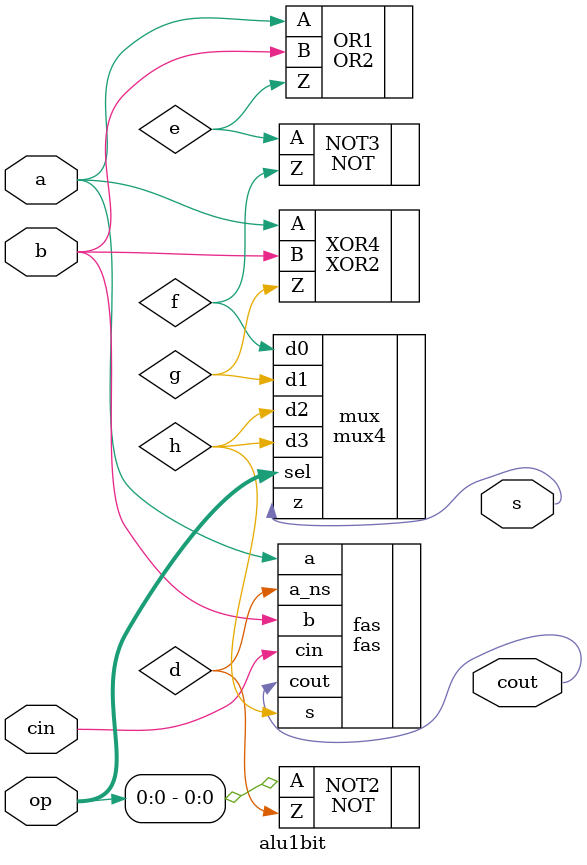
<source format=sv>
module alu1bit (
    input logic a,           // Input bit a
    input logic b,           // Input bit b
    input logic cin,         // Carry in
    input logic [1:0] op,    // Operation
    output logic s,          // Output S
    output logic cout        // Carry out
);

// Put your code here
// ------------------
    logic d,e,f,g,h;
    OR2 #(
        .Tpdlh(6),
        .Tpdhl(10)
    ) OR1 (
        .A(a),
        .B(b),
        .Z(e)
    );

    XOR2 #(
        .Tpdlh(2),
        .Tpdhl(1)
    ) XOR4 (
        .A(a),
        .B(b),
        .Z(g)
    );

    NOT #(
        .Tpdlh(1),
        .Tpdhl(3)
    ) NOT2 (
        .A(op[0]),
        .Z(d)
    );

    NOT #(
        .Tpdlh(1),
        .Tpdhl(3)
    ) NOT3 (
        .A(e),
        .Z(f)
    );

    mux4 mux (
        .d0(f),
        .d1(g),
        .d2(h),
        .d3(h),
        .sel(op),
        .z(s)
    );

    fas fas (
        .a(a),
        .b(b),
        .cin(cin),
        .a_ns(d),
        .s(h),
        .cout(cout)
    );

// End of your code

endmodule
</source>
